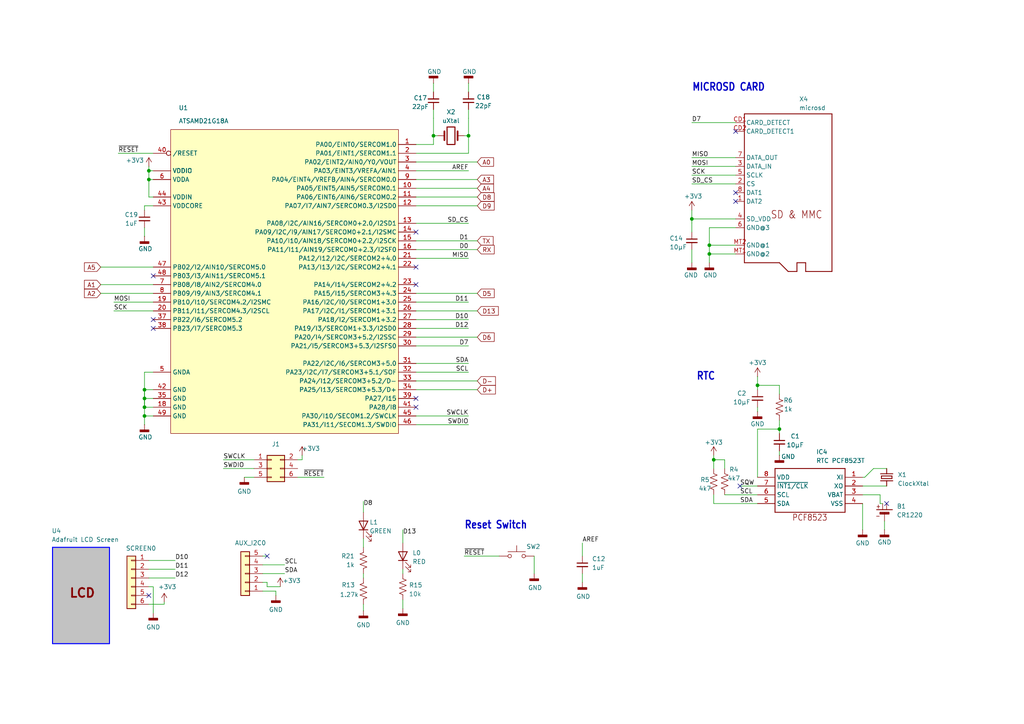
<source format=kicad_sch>
(kicad_sch (version 20250114) (generator "eeschema") (generator_version "9.0")
  (paper "A4")
  (title_block (title "FED3 Control Board") (rev "7.4") (company "Kravitz Lab") (comment 1 "Open Ephys, Inc."))
  (lib_symbols
    (symbol "Connector_Generic:Conn_01x05" (pin_names (offset 1.016) (hide yes))
      (property "Reference" "J" (at 0 7.62 0))
      (property "Value" "Conn_01x05" (at 0 -7.62 0))
      (symbol "Conn_01x05_1_1"
        (rectangle (start -1.27 6.35) (end 1.27 -6.35) (stroke (width 0.254)) (fill (type background)))
        (rectangle (start -1.27 5.207) (end 0 4.953) (stroke (width 0.1524)))
        (rectangle (start -1.27 2.667) (end 0 2.413) (stroke (width 0.1524)))
        (rectangle (start -1.27 0.127) (end 0 -0.127) (stroke (width 0.1524)))
        (rectangle (start -1.27 -2.413) (end 0 -2.667) (stroke (width 0.1524)))
        (rectangle (start -1.27 -4.953) (end 0 -5.207) (stroke (width 0.1524)))
        (pin passive line (at -5.08 5.08 0) (length 3.81) (name "Pin_1") (number "1"))
        (pin passive line (at -5.08 2.54 0) (length 3.81) (name "Pin_2") (number "2"))
        (pin passive line (at -5.08 0 0) (length 3.81) (name "Pin_3") (number "3"))
        (pin passive line (at -5.08 -2.54 0) (length 3.81) (name "Pin_4") (number "4"))
        (pin passive line (at -5.08 -5.08 0) (length 3.81) (name "Pin_5") (number "5"))
      )
    )
    (symbol "Connector_Generic:Conn_01x06" (pin_names (offset 1.016) (hide yes))
      (property "Reference" "J" (at 0 7.62 0))
      (property "Value" "Conn_01x06" (at 0 -10.16 0))
      (symbol "Conn_01x06_1_1"
        (rectangle (start -1.27 6.35) (end 1.27 -8.89) (stroke (width 0.254)) (fill (type background)))
        (rectangle (start -1.27 5.207) (end 0 4.953) (stroke (width 0.1524)))
        (rectangle (start -1.27 2.667) (end 0 2.413) (stroke (width 0.1524)))
        (rectangle (start -1.27 0.127) (end 0 -0.127) (stroke (width 0.1524)))
        (rectangle (start -1.27 -2.413) (end 0 -2.667) (stroke (width 0.1524)))
        (rectangle (start -1.27 -4.953) (end 0 -5.207) (stroke (width 0.1524)))
        (rectangle (start -1.27 -7.493) (end 0 -7.747) (stroke (width 0.1524)))
        (pin passive line (at -5.08 5.08 0) (length 3.81) (name "Pin_1") (number "1"))
        (pin passive line (at -5.08 2.54 0) (length 3.81) (name "Pin_2") (number "2"))
        (pin passive line (at -5.08 0 0) (length 3.81) (name "Pin_3") (number "3"))
        (pin passive line (at -5.08 -2.54 0) (length 3.81) (name "Pin_4") (number "4"))
        (pin passive line (at -5.08 -5.08 0) (length 3.81) (name "Pin_5") (number "5"))
        (pin passive line (at -5.08 -7.62 0) (length 3.81) (name "Pin_6") (number "6"))
      )
    )
    (symbol "Connector_Generic:Conn_02x03_Odd_Even" (pin_names (offset 1.016) (hide yes))
      (property "Reference" "J" (at 1.27 5.08 0))
      (property "Value" "Conn_02x03_Odd_Even" (at 1.27 -5.08 0))
      (symbol "Conn_02x03_Odd_Even_1_1"
        (rectangle (start -1.27 3.81) (end 3.81 -3.81) (stroke (width 0.254)) (fill (type background)))
        (rectangle (start -1.27 2.667) (end 0 2.413) (stroke (width 0.1524)))
        (rectangle (start -1.27 0.127) (end 0 -0.127) (stroke (width 0.1524)))
        (rectangle (start -1.27 -2.413) (end 0 -2.667) (stroke (width 0.1524)))
        (rectangle (start 3.81 2.667) (end 2.54 2.413) (stroke (width 0.1524)))
        (rectangle (start 3.81 0.127) (end 2.54 -0.127) (stroke (width 0.1524)))
        (rectangle (start 3.81 -2.413) (end 2.54 -2.667) (stroke (width 0.1524)))
        (pin passive line (at -5.08 2.54 0) (length 3.81) (name "Pin_1") (number "1"))
        (pin passive line (at -5.08 0 0) (length 3.81) (name "Pin_3") (number "3"))
        (pin passive line (at -5.08 -2.54 0) (length 3.81) (name "Pin_5") (number "5"))
        (pin passive line (at 7.62 2.54 180) (length 3.81) (name "Pin_2") (number "2"))
        (pin passive line (at 7.62 0 180) (length 3.81) (name "Pin_4") (number "4"))
        (pin passive line (at 7.62 -2.54 180) (length 3.81) (name "Pin_6") (number "6"))
      )
    )
    (symbol "Device:C_Small" (pin_numbers (hide yes)) (pin_names (offset 0.254) (hide yes))
      (property "Reference" "C" (at 0.254 1.778 0))
      (property "Value" "C_Small" (at 0.254 -2.032 0))
      (symbol "C_Small_0_1"
        (polyline (pts (xy -1.524 0.508) (xy 1.524 0.508)) (stroke (width 0.3048)))
        (polyline (pts (xy -1.524 -0.508) (xy 1.524 -0.508)) (stroke (width 0.3302)))
      )
      (symbol "C_Small_1_1"
        (pin passive line (at 0 2.54 270) (length 2.032) (name "~") (number "1"))
        (pin passive line (at 0 -2.54 90) (length 2.032) (name "~") (number "2"))
      )
    )
    (symbol "Device:Crystal" (pin_numbers (hide yes)) (pin_names (offset 1.016) (hide yes))
      (property "Reference" "Y" (at 0 3.81 0))
      (property "Value" "Crystal" (at 0 -3.81 0))
      (symbol "Crystal_0_1"
        (polyline (pts (xy -2.54 0) (xy -1.905 0)))
        (polyline (pts (xy -1.905 -1.27) (xy -1.905 1.27)) (stroke (width 0.508)))
        (rectangle (start -1.143 2.54) (end 1.143 -2.54) (stroke (width 0.3048)))
        (polyline (pts (xy 1.905 -1.27) (xy 1.905 1.27)) (stroke (width 0.508)))
        (polyline (pts (xy 2.54 0) (xy 1.905 0)))
      )
      (symbol "Crystal_1_1"
        (pin passive line (at -3.81 0 0) (length 1.27) (name "1") (number "1"))
        (pin passive line (at 3.81 0 180) (length 1.27) (name "2") (number "2"))
      )
    )
    (symbol "Device:LED" (pin_numbers (hide yes)) (pin_names (offset 1.016) (hide yes))
      (property "Reference" "D" (at 0 2.54 0))
      (property "Value" "LED" (at 0 -2.54 0))
      (symbol "LED_0_1"
        (polyline (pts (xy -3.048 -0.762) (xy -4.572 -2.286) (xy -3.81 -2.286) (xy -4.572 -2.286) (xy -4.572 -1.524)))
        (polyline (pts (xy -1.778 -0.762) (xy -3.302 -2.286) (xy -2.54 -2.286) (xy -3.302 -2.286) (xy -3.302 -1.524)))
        (polyline (pts (xy -1.27 0) (xy 1.27 0)))
        (polyline (pts (xy -1.27 -1.27) (xy -1.27 1.27)) (stroke (width 0.254)))
        (polyline (pts (xy 1.27 -1.27) (xy 1.27 1.27) (xy -1.27 0) (xy 1.27 -1.27)) (stroke (width 0.254)))
      )
      (symbol "LED_1_1"
        (pin passive line (at -3.81 0 0) (length 2.54) (name "K") (number "1"))
        (pin passive line (at 3.81 0 180) (length 2.54) (name "A") (number "2"))
      )
    )
    (symbol "Device:R_US" (pin_numbers (hide yes)) (pin_names (offset 0))
      (property "Reference" "R" (at 2.54 0 90))
      (property "Value" "R_US" (at -2.54 0 90))
      (symbol "R_US_0_1"
        (polyline (pts (xy 0 2.286) (xy 0 2.54)))
        (polyline (pts (xy 0 2.286) (xy 1.016 1.905) (xy 0 1.524) (xy -1.016 1.143) (xy 0 0.762)))
        (polyline (pts (xy 0 0.762) (xy 1.016 0.381) (xy 0 0) (xy -1.016 -0.381) (xy 0 -0.762)))
        (polyline (pts (xy 0 -0.762) (xy 1.016 -1.143) (xy 0 -1.524) (xy -1.016 -1.905) (xy 0 -2.286)))
        (polyline (pts (xy 0 -2.286) (xy 0 -2.54)))
      )
      (symbol "R_US_1_1"
        (pin passive line (at 0 3.81 270) (length 1.27) (name "~") (number "1"))
        (pin passive line (at 0 -3.81 90) (length 1.27) (name "~") (number "2"))
      )
    )
    (symbol "FED3 SymbLib:ATSAMD21J_QFN"
      (symbol "ATSAMD21J_QFN_1_0"
        (pin bidirectional inverted (at -25.4 33.02 0) (length 5.08) (name "/RESET") (number "40"))
        (pin power_in line (at -25.4 27.94 0) (length 5.08) (name "VDDIO") (number "17"))
        (pin power_in line (at -25.4 27.94 0) (length 5.08) (name "VDDIO") (number "36"))
        (pin power_in line (at -25.4 25.4 0) (length 5.08) (name "VDDA") (number "6"))
        (pin power_in line (at -25.4 20.32 0) (length 5.08) (name "VDDIN") (number "44"))
        (pin power_in line (at -25.4 17.78 0) (length 5.08) (name "VDDCORE") (number "43"))
        (pin bidirectional line (at -25.4 0 0) (length 5.08) (name "PB02/I2/AIN10/SERCOM5.0") (number "47"))
        (pin bidirectional line (at -25.4 -2.54 0) (length 5.08) (name "PB03/I3/AIN11/SERCOM5.1") (number "48"))
        (pin bidirectional line (at -25.4 -5.08 0) (length 5.08) (name "PB08/I8/AIN2/SERCOM4.0") (number "7"))
        (pin bidirectional line (at -25.4 -7.62 0) (length 5.08) (name "PB09/I9/AIN3/SERCOM4.1") (number "8"))
        (pin bidirectional line (at -25.4 -10.16 0) (length 5.08) (name "PB10/I10/SERCOM4.2/I2SMC") (number "19"))
        (pin bidirectional line (at -25.4 -12.7 0) (length 5.08) (name "PB11/I11/SERCOM4.3/I2SCL") (number "20"))
        (pin bidirectional line (at -25.4 -15.24 0) (length 5.08) (name "PB22/I6/SERCOM5.2") (number "37"))
        (pin bidirectional line (at -25.4 -17.78 0) (length 5.08) (name "PB23/I7/SERCOM5.3") (number "38"))
        (pin power_in line (at -25.4 -30.48 0) (length 5.08) (name "GNDA") (number "5"))
        (pin power_in line (at -25.4 -35.56 0) (length 5.08) (name "GND") (number "42"))
        (pin power_in line (at -25.4 -38.1 0) (length 5.08) (name "GND") (number "35"))
        (pin power_in line (at -25.4 -40.64 0) (length 5.08) (name "GND") (number "18"))
        (pin power_in line (at -25.4 -43.18 0) (length 5.08) (name "GND") (number "49"))
        (pin bidirectional line (at 50.8 35.56 180) (length 5.08) (name "PA00/EINT0/SERCOM1.0") (number "1"))
        (pin bidirectional line (at 50.8 33.02 180) (length 5.08) (name "PA01/EINT1/SERCOM1.1") (number "2"))
        (pin bidirectional line (at 50.8 30.48 180) (length 5.08) (name "PA02/EINT2/AIN0/Y0/VOUT") (number "3"))
        (pin bidirectional line (at 50.8 27.94 180) (length 5.08) (name "PA03/EINT3/VREFA/AIN1") (number "4"))
        (pin bidirectional line (at 50.8 25.4 180) (length 5.08) (name "PA04/EINT4/VREFB/AIN4/SERCOM0.0") (number "9"))
        (pin bidirectional line (at 50.8 22.86 180) (length 5.08) (name "PA05/EINT5/AIN5/SERCOM0.1") (number "10"))
        (pin bidirectional line (at 50.8 20.32 180) (length 5.08) (name "PA06/EINT6/AIN6/SERCOM0.2") (number "11"))
        (pin bidirectional line (at 50.8 17.78 180) (length 5.08) (name "PA07/I7/AIN7/SERCOM0.3/I2SD0") (number "12"))
        (pin bidirectional line (at 50.8 12.7 180) (length 5.08) (name "PA08/I2C/AIN16/SERCOM0+2.0/I2SD1") (number "13"))
        (pin bidirectional line (at 50.8 10.16 180) (length 5.08) (name "PA09/I2C/I9/AIN17/SERCOM0+2.1/I2SMC") (number "14"))
        (pin bidirectional line (at 50.8 7.62 180) (length 5.08) (name "PA10/I10/AIN18/SERCOM0+2.2/I2SCK") (number "15"))
        (pin bidirectional line (at 50.8 5.08 180) (length 5.08) (name "PA11/I11/AIN19/SERCOM0+2.3/I2SF0") (number "16"))
        (pin bidirectional line (at 50.8 2.54 180) (length 5.08) (name "PA12/I12/I2C/SERCOM2+4.0") (number "21"))
        (pin bidirectional line (at 50.8 0 180) (length 5.08) (name "PA13/I13/I2C/SERCOM2+4.1") (number "22"))
        (pin bidirectional line (at 50.8 -5.08 180) (length 5.08) (name "PA14/I14/SERCOM2+4.2") (number "23"))
        (pin bidirectional line (at 50.8 -7.62 180) (length 5.08) (name "PA15/I15/SERCOM3+4.3") (number "24"))
        (pin bidirectional line (at 50.8 -10.16 180) (length 5.08) (name "PA16/I2C/I0/SERCOM1+3.0") (number "25"))
        (pin bidirectional line (at 50.8 -12.7 180) (length 5.08) (name "PA17/I2C/I1/SERCOM1+3.1") (number "26"))
        (pin bidirectional line (at 50.8 -15.24 180) (length 5.08) (name "PA18/I2/SERCOM1+3.2") (number "27"))
        (pin bidirectional line (at 50.8 -17.78 180) (length 5.08) (name "PA19/I3/SERCOM1+3.3/I2SD0") (number "28"))
        (pin bidirectional line (at 50.8 -20.32 180) (length 5.08) (name "PA20/I4/SERCOM3+5.2/I2SSC") (number "29"))
        (pin bidirectional line (at 50.8 -22.86 180) (length 5.08) (name "PA21/I5/SERCOM3+5.3/I2SFS0") (number "30"))
        (pin bidirectional line (at 50.8 -27.94 180) (length 5.08) (name "PA22/I2C/I6/SERCOM3+5.0") (number "31"))
        (pin bidirectional line (at 50.8 -30.48 180) (length 5.08) (name "PA23/I2C/I7/SERCOM3+5.1/SOF") (number "32"))
        (pin bidirectional line (at 50.8 -33.02 180) (length 5.08) (name "PA24/I12/SERCOM3+5.2/D-") (number "33"))
        (pin bidirectional line (at 50.8 -35.56 180) (length 5.08) (name "PA25/I13/SERCOM3+5.3/D+") (number "34"))
        (pin bidirectional line (at 50.8 -38.1 180) (length 5.08) (name "PA27/I15") (number "39"))
        (pin bidirectional line (at 50.8 -40.64 180) (length 5.08) (name "PA28/I8") (number "41"))
        (pin bidirectional line (at 50.8 -43.18 180) (length 5.08) (name "PA30/I10/SECOM1.2/SWCLK") (number "45"))
        (pin bidirectional line (at 50.8 -45.72 180) (length 5.08) (name "PA31/I11/SECOM1.3/SWDIO") (number "46"))
      )
      (symbol "ATSAMD21J_QFN_1_1"
        (rectangle (start -20.32 39.878) (end 45.72 -48.26) (fill (type background)))
      )
    )
    (symbol "FED3 SymbLib:BATTERYCR1220_SMT"
      (property "Reference" "B" (at -2.54 3.175 0))
      (symbol "BATTERYCR1220_SMT_1_0"
        (polyline (pts (xy -0.508 1.27) (xy -0.254 1.27)) (stroke (width 0.254)))
        (polyline (pts (xy -0.508 -1.27) (xy -0.508 1.27)) (stroke (width 0.254)))
        (polyline (pts (xy -0.254 1.27) (xy -0.254 -1.27)) (stroke (width 0.254)))
        (polyline (pts (xy -0.254 1.27) (xy 0 1.27)) (stroke (width 0.254)))
        (polyline (pts (xy -0.254 -1.27) (xy -0.508 -1.27)) (stroke (width 0.254)))
        (polyline (pts (xy 0 1.27) (xy 0 -1.27)) (stroke (width 0.254)))
        (polyline (pts (xy 0 -1.27) (xy -0.254 -1.27)) (stroke (width 0.254)))
        (polyline (pts (xy 0.762 2.286) (xy 0.762 -2.286)) (stroke (width 0.254)))
        (text "-" (at -1.778 -1.143 900) (effects (font (size 1.27 1.0795)) (justify right top)))
        (text "+" (at 1.016 -1.016 900) (effects (font (size 1.27 1.0795)) (justify right top)))
        (pin passive line (at -2.54 0 0) (length 2.54) (name "-") (number "3"))
        (pin passive line (at 2.54 0.6096 180) (length 1.8288) (name "+") (number "1"))
        (pin passive line (at 2.54 -0.5334 180) (length 1.8288) (name "+") (number "2"))
      )
    )
    (symbol "FED3 SymbLib:CRYSTAL8.0X3.8"
      (property "Reference" "Y" (at -2.54 2.54 0))
      (symbol "CRYSTAL8.0X3.8_1_0"
        (polyline (pts (xy -2.54 0) (xy -1.016 0)) (stroke (width 0.254)))
        (polyline (pts (xy -1.016 1.778) (xy -1.016 0)) (stroke (width 0.254)))
        (polyline (pts (xy -1.016 0) (xy -1.016 -1.778)) (stroke (width 0.254)))
        (polyline (pts (xy -0.381 1.524) (xy -0.381 -1.524)) (stroke (width 0.254)))
        (polyline (pts (xy -0.381 -1.524) (xy 0.381 -1.524)) (stroke (width 0.254)))
        (polyline (pts (xy 0.381 1.524) (xy -0.381 1.524)) (stroke (width 0.254)))
        (polyline (pts (xy 0.381 -1.524) (xy 0.381 1.524)) (stroke (width 0.254)))
        (polyline (pts (xy 1.016 1.778) (xy 1.016 0)) (stroke (width 0.254)))
        (polyline (pts (xy 1.016 0) (xy 1.016 -1.778)) (stroke (width 0.254)))
        (polyline (pts (xy 2.54 0) (xy 1.016 0)) (stroke (width 0.254)))
        (pin passive line (at -3.81 -2.54 0) (length 2.54) (hide yes) (name "2") (number "2"))
        (pin passive line (at -2.54 0 0) (length 0) (name "1") (number "1"))
        (pin passive line (at 2.54 0 180) (length 0) (name "4") (number "4"))
        (pin passive line (at 2.54 -2.54 180) (length 2.54) (hide yes) (name "3") (number "3"))
      )
    )
    (symbol "FED3 SymbLib:LCD_SCREEN" (pin_numbers (hide yes))
      (property "Reference" "U" (at -8.128 15.24 0))
      (property "Value" "Adafruit LCD Screen" (at 1.016 -15.24 0))
      (symbol "LCD_SCREEN_1_1"
        (rectangle (start -8.89 13.97) (end 7.62 -13.97) (stroke (width 0.3048) (color 0 0 255 1)) (fill (type color) (color 194 194 194 1)))
        (text "LCD" (at -0.254 0.762 0) (effects (font (size 2.54 2.54) (thickness 0.508) (bold yes))))
      )
    )
    (symbol "FED3 SymbLib:MICROSD"
      (property "Reference" "X" (at -12.7 22.606 0))
      (symbol "MICROSD_1_0"
        (polyline (pts (xy -12.7 20.32) (xy -12.7 -22.86)) (stroke (width 0.254)))
        (polyline (pts (xy -12.7 -22.86) (xy -2.54 -22.86)) (stroke (width 0.254)))
        (polyline (pts (xy -2.54 -22.86) (xy 0 -25.4)) (stroke (width 0.254)))
        (polyline (pts (xy 0 -25.4) (xy 2.54 -25.4)) (stroke (width 0.254)))
        (polyline (pts (xy 2.54 -22.86) (xy 5.08 -22.86)) (stroke (width 0.254)))
        (polyline (pts (xy 2.54 -25.4) (xy 2.54 -22.86)) (stroke (width 0.254)))
        (polyline (pts (xy 5.08 -22.86) (xy 5.08 -25.4)) (stroke (width 0.254)))
        (polyline (pts (xy 5.08 -25.4) (xy 12.7 -25.4)) (stroke (width 0.254)))
        (polyline (pts (xy 12.7 20.32) (xy -12.7 20.32)) (stroke (width 0.254)))
        (polyline (pts (xy 12.7 -25.4) (xy 12.7 20.32)) (stroke (width 0.254)))
        (text "SD & MMC" (at -5.08 -10.16 0) (effects (font (size 2.1844 1.8567)) (justify left bottom)))
        (pin passive line (at -15.24 17.78 0) (length 2.54) (name "CARD_DETECT") (number "CD1"))
        (pin passive line (at -15.24 15.24 0) (length 2.54) (name "CARD_DETECT1") (number "CD2"))
        (pin output line (at -15.24 7.62 0) (length 2.54) (name "DATA_OUT") (number "7"))
        (pin input line (at -15.24 5.08 0) (length 2.54) (name "DATA_IN") (number "3"))
        (pin input line (at -15.24 2.54 0) (length 2.54) (name "SCLK") (number "5"))
        (pin input line (at -15.24 0 0) (length 2.54) (name "CS") (number "2"))
        (pin bidirectional line (at -15.24 -2.54 0) (length 2.54) (name "DAT1") (number "8"))
        (pin bidirectional line (at -15.24 -5.08 0) (length 2.54) (name "DAT2") (number "1"))
        (pin power_in line (at -15.24 -10.16 0) (length 2.54) (name "SD_VDD") (number "4"))
        (pin power_in line (at -15.24 -12.7 0) (length 2.54) (name "GND@3") (number "6"))
        (pin power_in line (at -15.24 -17.78 0) (length 2.54) (name "GND@1") (number "MT2"))
        (pin power_in line (at -15.24 -20.32 0) (length 2.54) (name "GND@2") (number "MT1"))
      )
    )
    (symbol "FED3 SymbLib:RTC_PCF8523/TK"
      (property "Reference" "IC" (at 10.16 7.62 0))
      (symbol "RTC_PCF8523/TK_1_0"
        (polyline (pts (xy -10.16 5.08) (xy 10.16 5.08)) (stroke (width 0.254)))
        (polyline (pts (xy -10.16 -7.62) (xy -10.16 5.08)) (stroke (width 0.254)))
        (polyline (pts (xy 10.16 5.08) (xy 10.16 -7.62)) (stroke (width 0.254)))
        (polyline (pts (xy 10.16 -7.62) (xy -10.16 -7.62)) (stroke (width 0.254)))
        (text "PCF8523" (at -5.08 -10.16 0) (effects (font (size 1.778 1.5113)) (justify left bottom)))
        (pin input line (at -15.24 2.54 0) (length 5.08) (name "XI") (number "1"))
        (pin output line (at -15.24 0 0) (length 5.08) (name "XO") (number "2"))
        (pin power_in line (at -15.24 -2.54 0) (length 5.08) (name "VBAT") (number "3"))
        (pin power_in line (at -15.24 -5.08 0) (length 5.08) (name "VSS") (number "4"))
        (pin power_in line (at 15.24 2.54 180) (length 5.08) (name "VDD") (number "8"))
        (pin output line (at 15.24 0 180) (length 5.08) (name "~{INT1/CLK}") (number "7"))
        (pin bidirectional line (at 15.24 -2.54 180) (length 5.08) (name "SCL") (number "6"))
        (pin bidirectional line (at 15.24 -5.08 180) (length 5.08) (name "SDA") (number "5"))
      )
    )
    (symbol "Switch:SW_Push" (pin_numbers (hide yes)) (pin_names (offset 1.016) (hide yes))
      (property "Reference" "SW" (at 1.27 2.54 0))
      (property "Value" "SW_Push" (at 0 -1.524 0))
      (symbol "SW_Push_0_1"
        (circle (center -2.032 0) (radius 0.508))
        (polyline (pts (xy 0 1.27) (xy 0 3.048)))
        (circle (center 2.032 0) (radius 0.508))
        (polyline (pts (xy 2.54 1.27) (xy -2.54 1.27)))
        (pin passive line (at -5.08 0 0) (length 2.54) (name "1") (number "1"))
        (pin passive line (at 5.08 0 180) (length 2.54) (name "2") (number "2"))
      )
    )
    (symbol "power:+3V3" (power) (pin_numbers (hide yes)) (pin_names (offset 0) (hide yes))
      (property "Value" "+3V3" (at 0 3.556 0))
      (symbol "+3V3_0_1"
        (polyline (pts (xy -0.762 1.27) (xy 0 2.54)))
        (polyline (pts (xy 0 2.54) (xy 0.762 1.27)))
        (polyline (pts (xy 0 0) (xy 0 2.54)))
      )
      (symbol "+3V3_1_1"
        (pin power_in line (at 0 0 90) (length 0) (name "~") (number "1"))
      )
    )
    (symbol "power:GNDD" (power) (pin_numbers (hide yes)) (pin_names (offset 0) (hide yes))
      (property "Value" "GNDD" (at 0 -3.175 0))
      (symbol "GNDD_0_1"
        (rectangle (start -1.27 -1.524) (end 1.27 -2.032) (stroke (width 0.254)) (fill (type outline)))
        (polyline (pts (xy 0 0) (xy 0 -1.524)))
      )
      (symbol "GNDD_1_1"
        (pin power_in line (at 0 0 270) (length 0) (name "~") (number "1"))
      )
    )
  )
  (text "MICROSD CARD" (at 200.66 26.67 0) (effects (font (size 2.1844 1.8567) (thickness 0.3713) (bold yes)) (justify left bottom)))
  (text "Reset Switch" (at 134.62 153.67 0) (effects (font (size 2.1844 1.8567) (thickness 0.3713) (bold yes)) (justify left bottom)))
  (text "RTC" (at 201.93 110.49 0) (effects (font (size 2.1844 1.8567) (thickness 0.3713) (bold yes)) (justify left bottom)))
  (junction (at 205.74 73.66))
  (junction (at 135.89 39.37))
  (junction (at 200.66 63.5))
  (junction (at 219.71 111.76))
  (junction (at 41.91 118.11))
  (junction (at 43.18 49.53))
  (junction (at 43.18 52.07))
  (junction (at 226.06 124.46))
  (junction (at 207.01 133.35))
  (junction (at 41.91 113.03))
  (junction (at 41.91 120.65))
  (junction (at 125.73 39.37))
  (junction (at 205.74 71.12))
  (junction (at 41.91 115.57))
  (no_connect (at 120.65 118.11))
  (no_connect (at 120.65 115.57))
  (no_connect (at 213.36 55.88))
  (no_connect (at 43.18 172.72))
  (no_connect (at 44.45 95.25))
  (no_connect (at 257.1496 146.05))
  (no_connect (at 120.65 77.47))
  (no_connect (at 213.36 38.1))
  (no_connect (at 44.45 92.71))
  (no_connect (at 214.63 140.97))
  (no_connect (at 120.65 82.55))
  (no_connect (at 213.36 58.42))
  (no_connect (at 44.45 80.01))
  (no_connect (at 77.47 161.29))
  (no_connect (at 120.65 67.31))
  (wire (pts (xy 207.01 132.08) (xy 207.01 133.35)) (stroke (width 0.1524)))
  (wire (pts (xy 255.27 143.51) (xy 255.27 146.05)) (stroke (width 0.1524)))
  (wire (pts (xy 256.54 151.13) (xy 256.54 153.67)) (stroke (width 0.1524)))
  (wire (pts (xy 120.65 110.49) (xy 138.43 110.49)) (stroke (width 0.1524)))
  (wire (pts (xy 200.66 60.96) (xy 200.66 63.5)) (stroke (width 0.1524)))
  (wire (pts (xy 120.65 107.95) (xy 135.89 107.95)) (stroke (width 0.1524)))
  (wire (pts (xy 105.41 175.26) (xy 105.41 177.165)) (stroke (width 0.1524)))
  (wire (pts (xy 226.06 124.46) (xy 226.06 125.73)))
  (wire (pts (xy 41.91 66.04) (xy 41.91 68.58)))
  (wire (pts (xy 41.91 115.57) (xy 41.91 118.11)) (stroke (width 0.1524)))
  (wire (pts (xy 105.41 166.37) (xy 105.41 167.64)))
  (wire (pts (xy 207.01 133.35) (xy 210.185 133.35)) (stroke (width 0.1524)))
  (wire (pts (xy 138.43 113.03) (xy 120.65 113.03)) (stroke (width 0.1524)))
  (wire (pts (xy 120.65 57.15) (xy 138.43 57.15)) (stroke (width 0.1524)))
  (wire (pts (xy 134.62 161.29) (xy 144.78 161.29)) (stroke (width 0.1524)))
  (wire (pts (xy 41.91 113.03) (xy 41.91 115.57)) (stroke (width 0.1524)))
  (wire (pts (xy 120.65 41.91) (xy 125.73 41.91)) (stroke (width 0.1524)))
  (wire (pts (xy 120.65 100.33) (xy 135.89 100.33)) (stroke (width 0.1524)))
  (wire (pts (xy 41.91 60.96) (xy 41.91 59.69)) (stroke (width 0.1524)))
  (wire (pts (xy 219.71 118.11) (xy 219.71 119.38)))
  (wire (pts (xy 76.2 166.37) (xy 82.55 166.37)) (stroke (width 0.1524)))
  (wire (pts (xy 207.01 143.51) (xy 207.01 146.05)) (stroke (width 0.1524)))
  (wire (pts (xy 200.66 48.26) (xy 213.36 48.26)) (stroke (width 0.1524)))
  (wire (pts (xy 219.71 111.76) (xy 219.71 113.03)))
  (wire (pts (xy 93.98 138.43) (xy 86.36 138.43)))
  (wire (pts (xy 41.91 118.11) (xy 41.91 120.65)))
  (wire (pts (xy 105.41 145.415) (xy 105.41 148.59)) (stroke (width 0.1524)))
  (wire (pts (xy 41.91 118.11) (xy 44.45 118.11)) (stroke (width 0.1524)))
  (wire (pts (xy 200.66 76.2) (xy 200.66 72.39)) (stroke (width 0.1524)))
  (wire (pts (xy 43.18 48.26) (xy 43.18 49.53)))
  (wire (pts (xy 210.185 133.35) (xy 210.185 135.89)) (stroke (width 0.1524)))
  (wire (pts (xy 116.84 153.67) (xy 116.84 157.48)) (stroke (width 0.1524)))
  (wire (pts (xy 120.65 52.07) (xy 138.43 52.07)) (stroke (width 0.1524)))
  (wire (pts (xy 43.18 165.1) (xy 50.8 165.1)) (stroke (width 0.1524)))
  (wire (pts (xy 200.66 63.5) (xy 213.36 63.5)) (stroke (width 0.1524)))
  (wire (pts (xy 200.66 45.72) (xy 213.36 45.72)) (stroke (width 0.1524)))
  (wire (pts (xy 210.185 143.51) (xy 219.71 143.51)) (stroke (width 0.1524)))
  (wire (pts (xy 120.65 90.17) (xy 138.43 90.17)) (stroke (width 0.1524)))
  (wire (pts (xy 219.71 138.43) (xy 219.71 124.46)) (stroke (width 0.1524)))
  (wire (pts (xy 125.73 24.13) (xy 125.73 26.67)))
  (wire (pts (xy 120.65 69.85) (xy 138.43 69.85)) (stroke (width 0.1524)))
  (wire (pts (xy 135.89 24.13) (xy 135.89 26.67)))
  (wire (pts (xy 41.91 115.57) (xy 44.45 115.57)))
  (wire (pts (xy 120.65 87.63) (xy 135.89 87.63)) (stroke (width 0.1524)))
  (wire (pts (xy 213.36 73.66) (xy 205.74 73.66)) (stroke (width 0.1524)))
  (wire (pts (xy 44.45 52.07) (xy 43.18 52.07)) (stroke (width 0.1524)))
  (wire (pts (xy 73.66 135.89) (xy 64.77 135.89)))
  (wire (pts (xy 44.45 77.47) (xy 29.21 77.47)) (stroke (width 0.1524)))
  (wire (pts (xy 43.18 52.07) (xy 43.18 49.53)) (stroke (width 0.1524)))
  (wire (pts (xy 255.27 143.51) (xy 250.19 143.51)) (stroke (width 0.1524)))
  (wire (pts (xy 43.18 162.56) (xy 50.8 162.56)) (stroke (width 0.1524)))
  (wire (pts (xy 44.45 170.18) (xy 44.45 177.8)))
  (wire (pts (xy 77.47 168.91) (xy 76.2 168.91)))
  (wire (pts (xy 41.91 120.65) (xy 44.45 120.65)))
  (wire (pts (xy 33.02 90.17) (xy 44.45 90.17)) (stroke (width 0.1524)))
  (wire (pts (xy 76.2 163.83) (xy 82.55 163.83)) (stroke (width 0.1524)))
  (wire (pts (xy 44.45 87.63) (xy 33.02 87.63)) (stroke (width 0.1524)))
  (wire (pts (xy 226.06 121.92) (xy 226.06 123.19)))
  (wire (pts (xy 41.91 59.69) (xy 44.45 59.69)) (stroke (width 0.1524)))
  (wire (pts (xy 138.43 85.09) (xy 120.65 85.09)) (stroke (width 0.1524)))
  (wire (pts (xy 207.01 133.35) (xy 207.01 135.89)) (stroke (width 0.1524)))
  (wire (pts (xy 226.06 124.46) (xy 226.06 123.19)) (stroke (width 0.1524)))
  (wire (pts (xy 77.47 161.29) (xy 76.2 161.29)))
  (wire (pts (xy 207.01 146.05) (xy 219.71 146.05)) (stroke (width 0.1524)))
  (wire (pts (xy 125.73 39.37) (xy 125.73 41.91)) (stroke (width 0.1524)))
  (wire (pts (xy 205.74 71.12) (xy 205.74 73.66)) (stroke (width 0.1524)))
  (wire (pts (xy 219.71 140.97) (xy 214.63 140.97)) (stroke (width 0.1524)))
  (wire (pts (xy 87.63 132.08) (xy 87.63 133.35)))
  (wire (pts (xy 257.175 140.97) (xy 250.19 140.97)) (stroke (width 0.1524)))
  (wire (pts (xy 41.91 123.19) (xy 41.91 120.65)))
  (wire (pts (xy 47.625 175.26) (xy 47.625 174.625)) (stroke (width 0.1524)))
  (wire (pts (xy 105.41 156.21) (xy 105.41 158.75)) (stroke (width 0.1524)))
  (wire (pts (xy 219.71 124.46) (xy 226.06 124.46)) (stroke (width 0.1524)))
  (wire (pts (xy 120.65 105.41) (xy 135.89 105.41)) (stroke (width 0.1524)))
  (wire (pts (xy 200.66 50.8) (xy 213.36 50.8)) (stroke (width 0.1524)))
  (wire (pts (xy 213.36 71.12) (xy 205.74 71.12)) (stroke (width 0.1524)))
  (wire (pts (xy 87.63 133.35) (xy 86.36 133.35)))
  (wire (pts (xy 47.625 175.26) (xy 43.18 175.26)) (stroke (width 0.1524)))
  (wire (pts (xy 77.47 170.18) (xy 77.47 168.91)))
  (wire (pts (xy 205.74 73.66) (xy 205.74 76.2)) (stroke (width 0.1524)))
  (wire (pts (xy 120.65 120.65) (xy 135.89 120.65)) (stroke (width 0.1524)))
  (wire (pts (xy 44.45 82.55) (xy 29.21 82.55)) (stroke (width 0.1524)))
  (wire (pts (xy 135.89 64.77) (xy 120.65 64.77)) (stroke (width 0.1524)))
  (wire (pts (xy 200.66 53.34) (xy 213.36 53.34)) (stroke (width 0.1524)))
  (wire (pts (xy 116.84 173.99) (xy 116.84 176.53)) (stroke (width 0.1524)))
  (wire (pts (xy 226.06 111.76) (xy 226.06 114.3)) (stroke (width 0.1524)))
  (wire (pts (xy 120.65 46.99) (xy 138.43 46.99)) (stroke (width 0.1524)))
  (wire (pts (xy 135.89 39.37) (xy 135.89 44.45)) (stroke (width 0.1524)))
  (wire (pts (xy 120.65 95.25) (xy 135.89 95.25)) (stroke (width 0.1524)))
  (wire (pts (xy 76.2 171.45) (xy 80.01 171.45)) (stroke (width 0.1524)))
  (wire (pts (xy 73.66 133.35) (xy 64.77 133.35)))
  (wire (pts (xy 70.866 138.43) (xy 73.66 138.43)))
  (wire (pts (xy 213.36 66.04) (xy 205.74 66.04)) (stroke (width 0.1524)))
  (wire (pts (xy 43.18 57.15) (xy 43.18 52.07)) (stroke (width 0.1524)))
  (wire (pts (xy 125.73 31.75) (xy 125.73 34.29)))
  (wire (pts (xy 44.45 49.53) (xy 43.18 49.53)) (stroke (width 0.1524)))
  (wire (pts (xy 120.65 44.45) (xy 135.89 44.45)) (stroke (width 0.1524)))
  (wire (pts (xy 41.91 113.03) (xy 41.91 115.57)))
  (wire (pts (xy 168.91 157.48) (xy 168.91 161.29)))
  (wire (pts (xy 135.89 34.29) (xy 135.89 39.37)) (stroke (width 0.1524)))
  (wire (pts (xy 120.65 97.79) (xy 138.43 97.79)) (stroke (width 0.1524)))
  (wire (pts (xy 41.91 113.03) (xy 44.45 113.03)) (stroke (width 0.1524)))
  (wire (pts (xy 250.19 153.67) (xy 250.19 146.05)) (stroke (width 0.1524)))
  (wire (pts (xy 125.73 39.37) (xy 127 39.37)))
  (wire (pts (xy 226.06 111.76) (xy 219.71 111.76)) (stroke (width 0.1524)))
  (wire (pts (xy 205.74 66.04) (xy 205.74 71.12)) (stroke (width 0.1524)))
  (wire (pts (xy 200.66 63.5) (xy 200.66 64.77)) (stroke (width 0.1524)))
  (wire (pts (xy 81.28 170.18) (xy 77.47 170.18)))
  (wire (pts (xy 34.29 44.45) (xy 44.45 44.45)) (stroke (width 0.1524)))
  (wire (pts (xy 41.91 107.95) (xy 44.45 107.95)))
  (wire (pts (xy 120.65 59.69) (xy 138.43 59.69)) (stroke (width 0.1524)))
  (wire (pts (xy 255.27 146.05) (xy 256.0066 146.05)) (stroke (width 0.1524)))
  (wire (pts (xy 200.66 35.56) (xy 213.36 35.56)) (stroke (width 0.1524)))
  (wire (pts (xy 29.21 85.09) (xy 44.45 85.09)) (stroke (width 0.1524)))
  (wire (pts (xy 43.18 167.64) (xy 50.8 167.64)) (stroke (width 0.1524)))
  (wire (pts (xy 226.06 130.81) (xy 226.06 132.08)))
  (wire (pts (xy 219.71 109.22) (xy 219.71 111.76)) (stroke (width 0.1524)))
  (wire (pts (xy 135.89 31.75) (xy 135.89 34.29)))
  (wire (pts (xy 135.89 123.19) (xy 120.65 123.19)) (stroke (width 0.1524)))
  (wire (pts (xy 120.65 92.71) (xy 135.89 92.71)) (stroke (width 0.1524)))
  (wire (pts (xy 154.94 161.29) (xy 154.94 166.37)) (stroke (width 0.1524)))
  (wire (pts (xy 80.01 171.45) (xy 80.01 172.72)) (stroke (width 0.1524)))
  (wire (pts (xy 120.65 72.39) (xy 138.43 72.39)) (stroke (width 0.1524)))
  (wire (pts (xy 168.91 166.37) (xy 168.91 168.91)) (stroke (width 0.1524)))
  (wire (pts (xy 43.18 170.18) (xy 44.45 170.18)) (stroke (width 0.1524)))
  (wire (pts (xy 41.91 107.95) (xy 41.91 113.03)))
  (wire (pts (xy 125.73 34.29) (xy 125.73 39.37)) (stroke (width 0.1524)))
  (wire (pts (xy 200.66 64.77) (xy 200.66 67.31)))
  (wire (pts (xy 44.45 57.15) (xy 43.18 57.15)) (stroke (width 0.1524)))
  (wire (pts (xy 138.43 54.61) (xy 120.65 54.61)) (stroke (width 0.1524)))
  (wire (pts (xy 116.84 165.1) (xy 116.84 166.37)) (stroke (width 0.1524)))
  (wire (pts (xy 253.365 135.89) (xy 250.825 138.43)) (stroke (width 0.1524)))
  (wire (pts (xy 120.65 74.93) (xy 135.89 74.93)) (stroke (width 0.1524)))
  (wire (pts (xy 41.91 115.57) (xy 41.91 118.11)))
  (wire (pts (xy 257.175 135.89) (xy 253.365 135.89)) (stroke (width 0.1524)))
  (wire (pts (xy 134.62 39.37) (xy 135.89 39.37)))
  (wire (pts (xy 250.825 138.43) (xy 250.19 138.43)) (stroke (width 0.1524)))
  (wire (pts (xy 120.65 49.53) (xy 135.89 49.53)) (stroke (width 0.1524)))
  (label "D10" (at 135.89 92.71 180))
  (label "SWCLK" (at 64.77 133.35 0))
  (label "MISO" (at 135.89 74.93 180))
  (label "SDA" (at 82.55 166.37 0))
  (label "SCL" (at 82.55 163.83 0))
  (label "SCL" (at 214.63 143.51 0))
  (label "D10" (at 50.8 162.56 0))
  (label "SWDIO" (at 64.77 135.89 0))
  (label "MISO" (at 200.66 45.72 0))
  (label "SWDIO" (at 135.89 123.19 180))
  (label "AREF" (at 135.89 49.53 180))
  (label "~{RESET}" (at 34.29 44.45 0))
  (label "SCL" (at 135.89 107.95 180))
  (label "MOSI" (at 200.66 48.26 0))
  (label "SCK" (at 200.66 50.8 0))
  (label "D1" (at 135.89 69.85 180))
  (label "SD_CS" (at 135.89 64.77 180))
  (label "~{RESET}" (at 93.98 138.43 180))
  (label "D12" (at 135.89 95.25 180))
  (label "SDA" (at 135.89 105.41 180))
  (label "~{RESET}" (at 134.62 161.29 0))
  (label "D0" (at 135.89 72.39 180))
  (label "MOSI" (at 33.02 87.63 0))
  (label "D11" (at 50.8 165.1 0))
  (label "D8" (at 105.41 145.415 0))
  (label "SDA" (at 214.63 146.05 0))
  (label "SCK" (at 33.02 90.17 0))
  (label "SD_CS" (at 200.66 53.34 0))
  (label "AREF" (at 168.91 157.48 0))
  (label "SWCLK" (at 135.89 120.65 180))
  (label "D7" (at 135.89 100.33 180))
  (label "D12" (at 50.8 167.64 0))
  (label "D7" (at 200.66 35.56 0))
  (label "D11" (at 135.89 87.63 180))
  (label "D13" (at 116.84 153.67 0))
  (label "SQW" (at 214.63 140.97 0))
  (global_label "A5" (shape input) (at 29.21 77.47 180) (property "Intersheetrefs" "${INTERSHEET_REFS}" (effects (hide yes))))
  (global_label "RX" (shape input) (at 138.43 72.39 0) (property "Intersheetrefs" "${INTERSHEET_REFS}" (effects (hide yes))))
  (global_label "A0" (shape input) (at 138.43 46.99 0) (property "Intersheetrefs" "${INTERSHEET_REFS}" (effects (hide yes))))
  (global_label "D-" (shape input) (at 138.43 110.49 0) (property "Intersheetrefs" "${INTERSHEET_REFS}" (effects (hide yes))))
  (global_label "D9" (shape input) (at 138.43 59.69 0) (property "Intersheetrefs" "${INTERSHEET_REFS}" (effects (hide yes))))
  (global_label "A1" (shape input) (at 29.21 82.55 180) (property "Intersheetrefs" "${INTERSHEET_REFS}" (effects (hide yes))))
  (global_label "A2" (shape input) (at 29.21 85.09 180) (property "Intersheetrefs" "${INTERSHEET_REFS}" (effects (hide yes))))
  (global_label "D8" (shape input) (at 138.43 57.15 0) (property "Intersheetrefs" "${INTERSHEET_REFS}" (effects (hide yes))))
  (global_label "D13" (shape input) (at 138.43 90.17 0) (property "Intersheetrefs" "${INTERSHEET_REFS}" (effects (hide yes))))
  (global_label "TX" (shape input) (at 138.43 69.85 0) (property "Intersheetrefs" "${INTERSHEET_REFS}" (effects (hide yes))))
  (global_label "A4" (shape input) (at 138.43 54.61 0) (property "Intersheetrefs" "${INTERSHEET_REFS}" (effects (hide yes))))
  (global_label "D6" (shape input) (at 138.43 97.79 0) (property "Intersheetrefs" "${INTERSHEET_REFS}" (effects (hide yes))))
  (global_label "A3" (shape input) (at 138.43 52.07 0) (property "Intersheetrefs" "${INTERSHEET_REFS}" (effects (hide yes))))
  (global_label "D5" (shape input) (at 138.43 85.09 0) (property "Intersheetrefs" "${INTERSHEET_REFS}" (effects (hide yes))))
  (global_label "D+" (shape input) (at 138.43 113.03 0) (property "Intersheetrefs" "${INTERSHEET_REFS}" (effects (hide yes))))
  (symbol (lib_id "Device:Crystal") (at 130.81 39.37 0) (mirror x) (unit 1)
    (property "Reference" "X2" (at 130.81 31.75 0) (effects (justify bottom)))
    (property "Value" "uXtal" (at 130.81 34.29 0) (effects (justify bottom)))
    (property "Footprint" "Crystal:Crystal_SMD_MicroCrystal_CC8V-T1A-2Pin_2.0x1.2mm" (effects (hide yes)))
    (property "Description" "Crystal 32768 KHz ±50ppm 12.5pF 90kOhms" (effects (hide yes)))
    (property "OEPSPN" "OEPS100051" (effects (hide yes)))
    (property "MPN" "9HT11-32.768KBZF-T" (effects (hide yes)))
  )
  (symbol (lib_id "Device:R_US") (at 105.41 171.45 0) (mirror y) (unit 1)
    (property "Reference" "R13" (at 99.06 169.672 0) (effects (justify right)))
    (property "Value" "1.27k" (at 98.552 172.466 0) (effects (justify right)))
    (property "Footprint" "Resistor_SMD:R_0402_1005Metric" (effects (hide yes)))
    (property "Description" "SMD 0402 1.27kΩ ±1% 0.100W" (effects (hide yes)))
    (property "OEPSPN" "OEPS020190" (effects (hide yes)))
    (property "MPN" "CRCW04021K27FKED" (effects (hide yes)))
  )
  (symbol (lib_id "Device:C_Small") (at 135.89 29.21 180) (unit 1)
    (property "Reference" "C18" (at 140.208 27.432 0) (effects (justify bottom)))
    (property "Value" "22pF" (at 140.208 29.972 0) (effects (justify bottom)))
    (property "Footprint" "Capacitor_SMD:C_0402_1005Metric" (effects (hide yes)))
    (property "Description" "SMD CER 0402 22pF 50V ±5% C0G/NP0" (effects (hide yes)))
    (property "OEPSPN" "OEPS010080" (effects (hide yes)))
    (property "MPN" "CL05C220JB51PNC" (effects (hide yes)))
  )
  (symbol (lib_id "power:GNDD") (at 205.74 76.2 0) (mirror y) (unit 1)
    (property "Reference" "#PWR040" (effects (hide yes)))
    (property "Value" "GND" (at 205.994 80.518 0) (effects (justify bottom)))
    (property "Description" "Power symbol creates a global label with name \"GNDD\" , digital ground" (effects (hide yes)))
  )
  (symbol (lib_id "Device:C_Small") (at 200.66 69.85 0) (unit 1)
    (property "Reference" "C14" (at 194.183 69.85 0) (effects (justify left bottom)))
    (property "Value" "10µF" (at 194.183 72.39 0) (effects (justify left bottom)))
    (property "Footprint" "Capacitor_SMD:C_0402_1005Metric" (effects (hide yes)))
    (property "Description" "Unpolarized capacitor, small symbol" (effects (hide yes)))
    (property "OEPSPN" "OEPS010038" (effects (hide yes)))
    (property "MPN" "CL05A106MP5NUNC" (effects (hide yes)))
  )
  (symbol (lib_id "Device:LED") (at 105.41 152.4 90) (unit 1)
    (property "Reference" "L1" (at 107.188 150.749 90) (effects (justify right bottom)))
    (property "Value" "GREEN" (at 107.188 153.289 90) (effects (justify right bottom)))
    (property "Footprint" "LED_SMD:LED_0603_1608Metric" (effects (hide yes)))
    (property "Description" "LED 0603 Green 570nm 20mA" (effects (hide yes)))
    (property "OEPSPN" "OEPS030005" (effects (hide yes)))
    (property "MPN" "150060VS75000" (effects (hide yes)))
  )
  (symbol (lib_id "power:GNDD") (at 256.54 153.67 0) (unit 1)
    (property "Reference" "#PWR058" (effects (hide yes)))
    (property "Value" "GND" (at 256.54 157.988 0) (effects (justify bottom)))
    (property "Description" "Power symbol creates a global label with name \"GNDD\" , digital ground" (effects (hide yes)))
  )
  (symbol (lib_id "power:+3V3") (at 200.66 60.96 0) (unit 1)
    (property "Reference" "#+3V03" (effects (hide yes)))
    (property "Value" "+3V3" (at 201.041 57.658 0) (effects (justify bottom)))
  )
  (symbol (lib_id "power:GNDD") (at 41.91 68.58 0) (unit 1)
    (property "Reference" "#PWR016" (effects (hide yes)))
    (property "Value" "GND" (at 42.164 72.898 0) (effects (justify bottom)))
    (property "Description" "Power symbol creates a global label with name \"GNDD\" , digital ground" (effects (hide yes)))
  )
  (symbol (lib_id "power:GNDD") (at 125.73 24.13 180) (unit 1)
    (property "Reference" "#PWR041" (effects (hide yes)))
    (property "Value" "GND" (at 125.984 20.066 0) (effects (justify bottom)))
    (property "Description" "Power symbol creates a global label with name \"GNDD\" , digital ground" (effects (hide yes)))
  )
  (symbol (lib_id "power:GNDD") (at 168.91 168.91 0) (mirror y) (unit 1)
    (property "Reference" "#PWR047" (effects (hide yes)))
    (property "Value" "GND" (at 169.164 173.736 0) (effects (justify bottom)))
    (property "Description" "Power symbol creates a global label with name \"GNDD\" , digital ground" (effects (hide yes)))
  )
  (symbol (lib_id "power:+3V3") (at 47.625 174.625 0) (unit 1)
    (property "Reference" "#+3V08" (effects (hide yes)))
    (property "Value" "+3V3" (at 48.514 170.942 0) (effects (justify bottom)))
  )
  (symbol (lib_id "FED3 SymbLib:CRYSTAL8.0X3.8") (at 257.175 138.43 90) (mirror x) (unit 1)
    (property "Reference" "X1" (at 260.35 138.43 90) (effects (justify right bottom)))
    (property "Value" "ClockXtal" (at 260.35 140.97 90) (effects (justify right bottom)))
    (property "Footprint" "FED3_PCBLib:CRYSTAL_8X3.8" (effects (hide yes)))
    (property "Description" "Crystal 32.768 kHz ±10ppm 12.5pF 50 kOhms (OEPS K01 010)" (effects (hide yes)))
    (property "OEPSPN" "OEPS100060" (effects (hide yes)))
    (property "MPN" "ECS-.327-12.5-17X-C-TR" (effects (hide yes)))
  )
  (symbol (lib_id "Device:C_Small") (at 41.91 63.5 0) (unit 1)
    (property "Reference" "C19" (at 38.1 62.992 0) (effects (justify bottom)))
    (property "Value" "1uF" (at 38.1 65.532 0) (effects (justify bottom)))
    (property "Footprint" "Capacitor_SMD:C_0402_1005Metric" (effects (hide yes)))
    (property "Description" "SMD CER 0402 1uF 25V ±10% X5R" (effects (hide yes)))
    (property "OEPSPN" "OEPS010030" (effects (hide yes)))
    (property "MPN" "C1005X5R1E105K050BC" (effects (hide yes)))
  )
  (symbol (lib_id "Device:R_US") (at 116.84 170.18 0) (unit 1)
    (property "Reference" "R15" (at 118.618 170.434 0) (effects (justify left bottom)))
    (property "Value" "10k" (at 118.618 172.974 0) (effects (font (thickness 0.127)) (justify left bottom)))
    (property "Footprint" "Resistor_SMD:R_0402_1005Metric" (effects (hide yes)))
    (property "Description" "SMD 0402 10kΩ ±1% 0.100W" (effects (hide yes)))
    (property "OEPSPN" "OEPS020013" (effects (hide yes)))
    (property "MPN" "ERJ-2RKF1002X" (effects (hide yes)))
  )
  (symbol (lib_id "Device:C_Small") (at 125.73 29.21 180) (unit 1)
    (property "Reference" "C17" (at 121.92 27.686 0) (effects (justify bottom)))
    (property "Value" "22pF" (at 121.92 30.226 0) (effects (justify bottom)))
    (property "Footprint" "Capacitor_SMD:C_0402_1005Metric" (effects (hide yes)))
    (property "Description" "SMD CER 0402 22pF 50V ±5% C0G/NP0" (effects (hide yes)))
    (property "OEPSPN" "OEPS010080" (effects (hide yes)))
    (property "MPN" "CL05C220JB51PNC" (effects (hide yes)))
  )
  (symbol (lib_id "power:+3V3") (at 43.18 48.26 0) (unit 1)
    (property "Reference" "#+3V01" (effects (hide yes)))
    (property "Value" "+3V3" (at 39.116 47.244 0) (effects (justify bottom)))
  )
  (symbol (lib_id "Device:R_US") (at 105.41 162.56 0) (mirror x) (unit 1)
    (property "Reference" "R21" (at 102.87 161.2899 0) (effects (justify right)))
    (property "Value" "1k" (at 102.87 163.8299 0) (effects (justify right)))
    (property "Footprint" "Resistor_SMD:R_0402_1005Metric" (effects (hide yes)))
    (property "Description" "SMD 0402 1kΩ ±1% 0.100W" (effects (hide yes)))
    (property "OEPSPN" "OEPS020006" (effects (hide yes)))
    (property "MPN" "ERJ-2RKF1001X" (effects (hide yes)))
  )
  (symbol (lib_id "Connector_Generic:Conn_01x05") (at 71.12 166.37 180) (unit 1)
    (property "Reference" "AUX_I2C0" (at 72.644 157.48 0))
    (property "Value" "Qwiic" (effects (hide yes)))
    (property "Footprint" "Connector_JST:JST_SH_BM04B-SRSS-TB_1x04-1MP_P1.00mm_Vertical" (effects (hide yes)))
    (property "Description" "Generic connector, single row, 01x05, script generated (kicad-library-utils/schlib/autogen/connector/)" (effects (hide yes)))
    (property "OEPSPN" "OEPS070125" (effects (hide yes)))
    (property "MPN" "BM04B-SRSS-TB(LF)(SN)" (effects (hide yes)))
  )
  (symbol (lib_id "power:GNDD") (at 70.866 138.43 0) (unit 1)
    (property "Reference" "#PWR061" (effects (hide yes)))
    (property "Value" "GND" (at 70.866 143.256 0) (effects (justify bottom)))
    (property "Description" "Power symbol creates a global label with name \"GNDD\" , digital ground" (effects (hide yes)))
  )
  (symbol (lib_id "power:GNDD") (at 154.94 166.37 0) (unit 1)
    (property "Reference" "#PWR054" (effects (hide yes)))
    (property "Value" "GND" (at 155.194 171.196 0) (effects (justify bottom)))
    (property "Description" "Power symbol creates a global label with name \"GNDD\" , digital ground" (effects (hide yes)))
  )
  (symbol (lib_id "power:GNDD") (at 135.89 24.13 180) (unit 1)
    (property "Reference" "#PWR042" (effects (hide yes)))
    (property "Value" "GND" (at 136.144 20.066 0) (effects (justify bottom)))
    (property "Description" "Power symbol creates a global label with name \"GNDD\" , digital ground" (effects (hide yes)))
  )
  (symbol (lib_id "power:GNDD") (at 80.01 172.72 0) (unit 1)
    (property "Reference" "#PWR050" (effects (hide yes)))
    (property "Value" "GND" (at 80.01 177.546 0) (effects (justify bottom)))
    (property "Description" "Power symbol creates a global label with name \"GNDD\" , digital ground" (effects (hide yes)))
  )
  (symbol (lib_id "power:+3V3") (at 81.28 170.18 0) (unit 1)
    (property "Reference" "#+3V07" (effects (hide yes)))
    (property "Value" "+3V3" (at 84.582 169.164 0) (effects (justify bottom)))
  )
  (symbol (lib_id "Switch:SW_Push") (at 149.86 161.29 0) (unit 1)
    (property "Reference" "SW2" (at 154.686 159.258 0) (effects (justify bottom)))
    (property "Value" "SPST_TACT-KMR2" (effects (hide yes)))
    (property "Footprint" "Button_Switch_SMD:SW_SPST_TL3305B" (effects (hide yes)))
    (property "Description" "SWITCH TACTILE SPST-NO 0.05A 12V" (effects (hide yes)))
    (property "OEPSPN" "OEPS100061" (effects (hide yes)))
    (property "MPN" "TL3305BF260QG" (effects (hide yes)))
  )
  (symbol (lib_id "Device:C_Small") (at 226.06 128.27 0) (unit 1)
    (property "Reference" "C1" (at 230.632 127.254 0) (effects (justify bottom)))
    (property "Value" "10µF" (at 230.632 129.794 0) (effects (justify bottom)))
    (property "Footprint" "Capacitor_SMD:C_0402_1005Metric" (effects (hide yes)))
    (property "Description" "Unpolarized capacitor, small symbol" (effects (hide yes)))
    (property "OEPSPN" "OEPS010038" (effects (hide yes)))
    (property "MPN" "CL05A106MP5NUNC" (effects (hide yes)))
  )
  (symbol (lib_id "power:GNDD") (at 226.06 132.08 0) (unit 1)
    (property "Reference" "#PWR056" (effects (hide yes)))
    (property "Value" "GND" (at 228.6 133.1595 0) (effects (justify bottom)))
    (property "Description" "Power symbol creates a global label with name \"GNDD\" , digital ground" (effects (hide yes)))
  )
  (symbol (lib_id "Connector_Generic:Conn_01x06") (at 38.1 167.64 0) (mirror y) (unit 1)
    (property "Reference" "SCREEN0" (at 40.894 159.766 0) (effects (justify bottom)))
    (property "Value" "PINHD-1X6" (effects (hide yes)))
    (property "Footprint" "FED3_PCBLib:1X06" (effects (hide yes)))
    (property "Description" "CONN HEADER R/A 6POS 2.54MM" (effects (hide yes)))
    (property "OEPSPN" "OEPS070118" (effects (hide yes)))
    (property "MPN" "61300611021" (effects (hide yes)))
  )
  (symbol (lib_id "power:GNDD") (at 200.66 76.2 0) (unit 1)
    (property "Reference" "#PWR039" (effects (hide yes)))
    (property "Value" "GND" (at 200.406 80.518 0) (effects (justify bottom)))
    (property "Description" "Power symbol creates a global label with name \"GNDD\" , digital ground" (effects (hide yes)))
  )
  (symbol (lib_id "Device:R_US") (at 207.01 139.7 180) (unit 1)
    (property "Reference" "R5" (at 204.47 138.4299 0) (effects (justify bottom)))
    (property "Value" "4k7" (at 204.47 140.97 0) (effects (font (thickness 0.1588)) (justify bottom)))
    (property "Footprint" "Resistor_SMD:R_0402_1005Metric" (effects (hide yes)))
    (property "Description" "SMD 0402 4.7kΩ ±1% 0.100W" (effects (hide yes)))
    (property "OEPSPN" "OEPS020010" (effects (hide yes)))
    (property "MPN" "ERJ-2RKF4701X" (effects (hide yes)))
  )
  (symbol (lib_id "FED3 SymbLib:BATTERYCR1220_SMT") (at 256.54 148.59 270) (mirror x) (unit 1)
    (property "Reference" "B1" (at 260.096 147.574 90) (effects (justify left top)))
    (property "Value" "CR1220" (at 260.096 150.114 90) (effects (justify left top)))
    (property "Footprint" "FED3_PCBLib:CR1220" (effects (hide yes)))
    (property "Description" "CR1220 Battery Holders; 12mm (OEPS K01 013)" (effects (hide yes)))
    (property "OEPSPN" "OEPS070116" (effects (hide yes)))
    (property "MPN" "534-3000" (effects (hide yes)))
  )
  (symbol (lib_id "Connector_Generic:Conn_02x03_Odd_Even") (at 78.74 135.89 0) (unit 1)
    (property "Reference" "J1" (at 80.01 129.54 0) (effects (justify bottom)))
    (property "Value" "Conn_02x03_Odd_Even" (effects (hide yes)))
    (property "Footprint" "Connector_PinHeader_2.54mm:PinHeader_2x03_P2.54mm_Vertical" (effects (hide yes)))
    (property "Description" "HEADER 2.54MM straight 2x3POS" (effects (hide yes)))
    (property "MPN" "PR20203VBDN" (effects (hide yes)))
    (property "OEPSPN" "OEPS070124" (effects (hide yes)))
  )
  (symbol (lib_id "power:GNDD") (at 116.84 176.53 0) (mirror y) (unit 1)
    (property "Reference" "#PWR053" (effects (hide yes)))
    (property "Value" "GND" (at 116.84 181.356 0) (effects (justify bottom)))
    (property "Description" "Power symbol creates a global label with name \"GNDD\" , digital ground" (effects (hide yes)))
  )
  (symbol (lib_id "FED3 SymbLib:MICROSD") (at 228.6 53.34 0) (unit 1)
    (property "Reference" "X4" (at 231.775 29.464 0) (effects (justify left bottom)))
    (property "Value" "microsd" (at 231.775 32.004 0) (effects (justify left bottom)))
    (property "Footprint" "FED3_PCBLib:MICROSD" (effects (hide yes)))
    (property "Description" "CONN MICRO SD CARD R/A" (effects (hide yes)))
    (property "OEPSPN" "OEPS070119" (effects (hide yes)))
    (property "MPN" "693071010811" (effects (hide yes)))
  )
  (symbol (lib_id "power:GNDD") (at 44.45 177.8 0) (unit 1)
    (property "Reference" "#PWR052" (effects (hide yes)))
    (property "Value" "GND" (at 44.45 182.626 0) (effects (justify bottom)))
    (property "Description" "Power symbol creates a global label with name \"GNDD\" , digital ground" (effects (hide yes)))
  )
  (symbol (lib_id "power:GNDD") (at 250.19 153.67 0) (unit 1)
    (property "Reference" "#PWR057" (effects (hide yes)))
    (property "Value" "GND" (at 250.19 158.242 0) (effects (justify bottom)))
    (property "Description" "Power symbol creates a global label with name \"GNDD\" , digital ground" (effects (hide yes)))
  )
  (symbol (lib_id "power:GNDD") (at 219.71 119.38 0) (unit 1)
    (property "Reference" "#PWR055" (effects (hide yes)))
    (property "Value" "GND" (at 219.71 123.698 0) (effects (justify bottom)))
    (property "Description" "Power symbol creates a global label with name \"GNDD\" , digital ground" (effects (hide yes)))
  )
  (symbol (lib_id "Device:LED") (at 116.84 161.29 90) (unit 1)
    (property "Reference" "L0" (at 119.634 159.639 90) (effects (justify right bottom)))
    (property "Value" "RED" (at 119.634 162.179 90) (effects (justify right bottom)))
    (property "Footprint" "LED_SMD:LED_0603_1608Metric" (effects (hide yes)))
    (property "Datasheet" "LED 0603 Red 635nm 20mA" (effects (hide yes)))
    (property "Description" "Light emitting diode" (effects (hide yes)))
    (property "OEPSPN" "OEPS030038" (effects (hide yes)))
    (property "MPN" "VFHR1116P-4C82A-TR" (effects (hide yes)))
  )
  (symbol (lib_id "FED3 SymbLib:LCD_SCREEN") (at 24.13 172.72 0) (unit 1) (in_bom no) (on_board no)
    (property "Reference" "U4" (at 14.986 154.686 0) (effects (justify left bottom)))
    (property "Value" "Adafruit LCD Screen" (at 14.986 157.226 0) (effects (justify left bottom)))
    (property "OEPSPN" "TBD" (effects (hide yes)))
    (property "MPN" "3502" (effects (hide yes)))
  )
  (symbol (lib_id "Device:R_US") (at 226.06 118.11 0) (unit 1)
    (property "Reference" "R6" (at 228.6 116.8399 0) (effects (justify bottom)))
    (property "Value" "1k" (at 228.6 119.38 0) (effects (font (thickness 0.1588)) (justify bottom)))
    (property "Footprint" "Resistor_SMD:R_0402_1005Metric" (effects (hide yes)))
    (property "Description" "SMD 0402 1kΩ ±1% 0.100W" (effects (hide yes)))
    (property "OEPSPN" "OEPS020006" (effects (hide yes)))
    (property "MPN" "ERJ-2RKF1001X" (effects (hide yes)))
  )
  (symbol (lib_id "power:+3V3") (at 87.63 132.08 0) (mirror y) (unit 1)
    (property "Reference" "#+3V09" (effects (hide yes)))
    (property "Value" "+3V3" (at 90.17 130.81 0) (effects (justify bottom)))
  )
  (symbol (lib_id "FED3 SymbLib:RTC_PCF8523/TK") (at 234.95 140.97 0) (mirror y) (unit 1)
    (property "Reference" "IC4" (at 236.728 131.064 0) (effects (justify right)))
    (property "Value" "RTC PCF8523T" (at 236.728 133.604 0) (effects (justify right)))
    (property "Footprint" "Package_SO:SO-8_3.9x4.9mm_P1.27mm" (effects (hide yes)))
    (property "Description" "RTC CLOCK/CALENDAR I2C" (effects (hide yes)))
    (property "OEPSPN" "OEPS080167" (effects (hide yes)))
    (property "MPN" "PCF8523T/1,118" (effects (hide yes)))
  )
  (symbol (lib_id "power:GNDD") (at 41.91 123.19 0) (unit 1)
    (property "Reference" "#PWR017" (effects (hide yes)))
    (property "Value" "GND" (at 42.164 127.508 0) (effects (justify bottom)))
    (property "Description" "Power symbol creates a global label with name \"GNDD\" , digital ground" (effects (hide yes)))
  )
  (symbol (lib_id "power:+3V3") (at 207.01 132.08 0) (mirror y) (unit 1)
    (property "Reference" "#+3V04" (effects (hide yes)))
    (property "Value" "+3V3" (at 207.01 129.032 0) (effects (justify bottom)))
  )
  (symbol (lib_id "power:GNDD") (at 105.41 177.165 0) (mirror y) (unit 1)
    (property "Reference" "#PWR043" (effects (hide yes)))
    (property "Value" "GND" (at 105.41 181.991 0) (effects (justify bottom)))
    (property "Description" "Power symbol creates a global label with name \"GNDD\" , digital ground" (effects (hide yes)))
  )
  (symbol (lib_id "Device:C_Small") (at 168.91 163.83 0) (unit 1)
    (property "Reference" "C12" (at 171.704 162.814 0) (effects (justify left bottom)))
    (property "Value" "1uF" (at 171.704 165.354 0) (effects (justify left bottom)))
    (property "Footprint" "Capacitor_SMD:C_0402_1005Metric" (effects (hide yes)))
    (property "Description" "SMD CER 0402 1uF 25V ±10% X5R" (effects (hide yes)))
    (property "OEPSPN" "OEPS010030" (effects (hide yes)))
    (property "MPN" "C1005X5R1E105K050BC" (effects (hide yes)))
  )
  (symbol (lib_id "Device:R_US") (at 210.185 139.7 0) (unit 1)
    (property "Reference" "R4" (at 212.852 136.906 0) (effects (justify bottom)))
    (property "Value" "4k7" (at 212.852 139.4461 0) (effects (font (thickness 0.1588)) (justify bottom)))
    (property "Footprint" "Resistor_SMD:R_0402_1005Metric" (effects (hide yes)))
    (property "Description" "SMD 0402 4.7kΩ ±1% 0.100W" (effects (hide yes)))
    (property "OEPSPN" "OEPS020010" (effects (hide yes)))
    (property "MPN" "ERJ-2RKF4701X" (effects (hide yes)))
  )
  (symbol (lib_id "FED3 SymbLib:ATSAMD21J_QFN") (at 69.85 77.47 0) (unit 1)
    (property "Reference" "U1" (at 51.816 32.004 0) (effects (justify left bottom)))
    (property "Value" "ATSAMD21G18A" (at 51.816 35.814 0) (effects (justify left bottom)))
    (property "Footprint" "FED3_PCBLib:TQFN48_7MM" (effects (hide yes)))
    (property "Description" "IC MCU 32BIT 256KB FLASH 48QFN" (effects (hide yes)))
    (property "OEPSPN" "OEPS080131" (effects (hide yes)))
    (property "MPN" "ATSAMD21G18A-MU" (effects (hide yes)))
  )
  (symbol (lib_id "Device:C_Small") (at 219.71 115.57 0) (unit 1)
    (property "Reference" "C2" (at 215.138 114.808 0) (effects (justify bottom)))
    (property "Value" "10µF" (at 215.138 117.348 0) (effects (justify bottom)))
    (property "Footprint" "Capacitor_SMD:C_0402_1005Metric" (effects (hide yes)))
    (property "Description" "Unpolarized capacitor, small symbol" (effects (hide yes)))
    (property "OEPSPN" "OEPS010038" (effects (hide yes)))
    (property "MPN" "CL05A106MP5NUNC" (effects (hide yes)))
  )
  (symbol (lib_id "power:+3V3") (at 219.71 109.22 0) (mirror y) (unit 1)
    (property "Reference" "#+3V05" (effects (hide yes)))
    (property "Value" "+3V3" (at 219.71 105.918 0) (effects (justify bottom)))
  )
)
</source>
